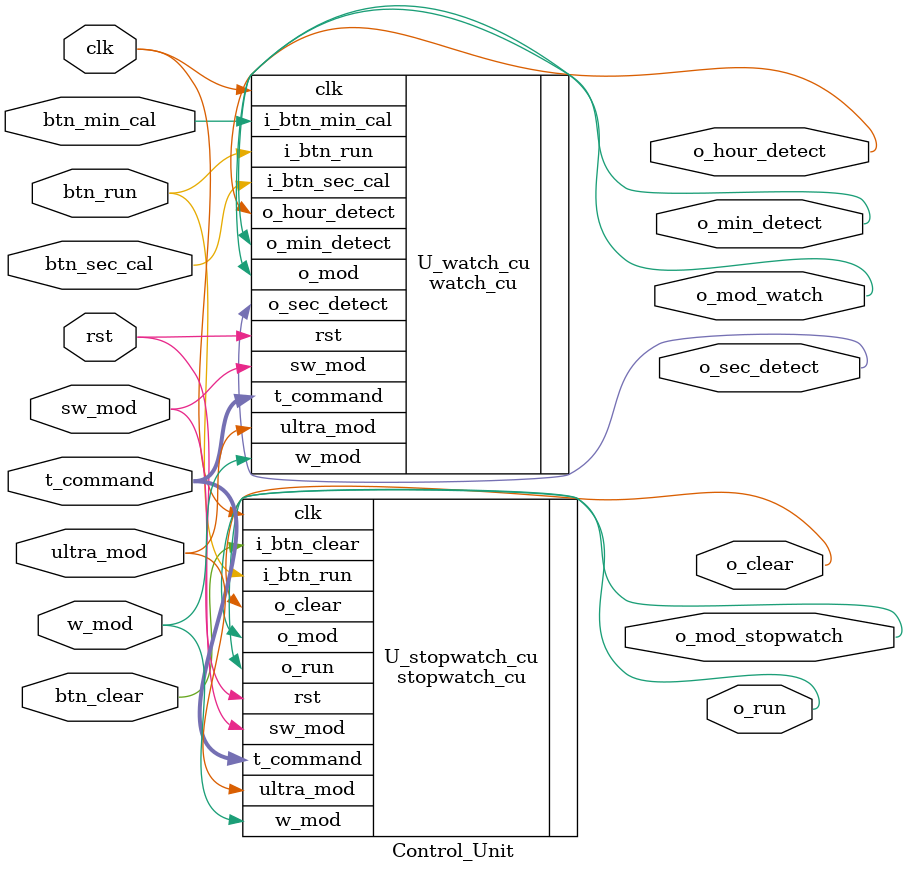
<source format=v>
module Control_Unit(
                    input clk,
                    input rst,
                    input btn_run,
                    input btn_clear,
                    input btn_sec_cal,
                    input btn_min_cal,
                    input sw_mod,
                    input w_mod,
                    input ultra_mod,
                    input [3:0] t_command,
                    output o_run,
                    output o_clear,
                    output o_mod_stopwatch,
                    output o_mod_watch,
                    output o_sec_detect,
                    output o_min_detect,
                    output o_hour_detect
    );
// pm mod 는 w_mod가 1일때만 -> 어차피 watch cu에서 조작하면 되니까 상관 없음
// w_mod가 1이면 -> 버튼은 초분시 증감 // w_mod가 0이면 -> 시작 클리어(나머지 동작 x)

stopwatch_cu U_stopwatch_cu(
                            .clk(clk),
                            .rst(rst),
                            .i_btn_run(btn_run),
                            .i_btn_clear(btn_clear),
                            .sw_mod(sw_mod),
                            .w_mod(w_mod),
                            .ultra_mod(ultra_mod),
                            .t_command(t_command),
                            .o_run(o_run),
                            .o_clear(o_clear),
                            .o_mod(o_mod_stopwatch)
);
watch_cu U_watch_cu(
                            .clk(clk),
                            .rst(rst),
                            .i_btn_run(btn_run),
                            .i_btn_sec_cal(btn_sec_cal),
                            .i_btn_min_cal(btn_min_cal),
                            .sw_mod(sw_mod),
                            .w_mod(w_mod),
                            .ultra_mod(ultra_mod),
                            .t_command(t_command),
                            .o_mod(o_mod_watch),
                            .o_sec_detect(o_sec_detect),
                            .o_min_detect(o_min_detect),
                            .o_hour_detect(o_hour_detect)
);

endmodule

</source>
